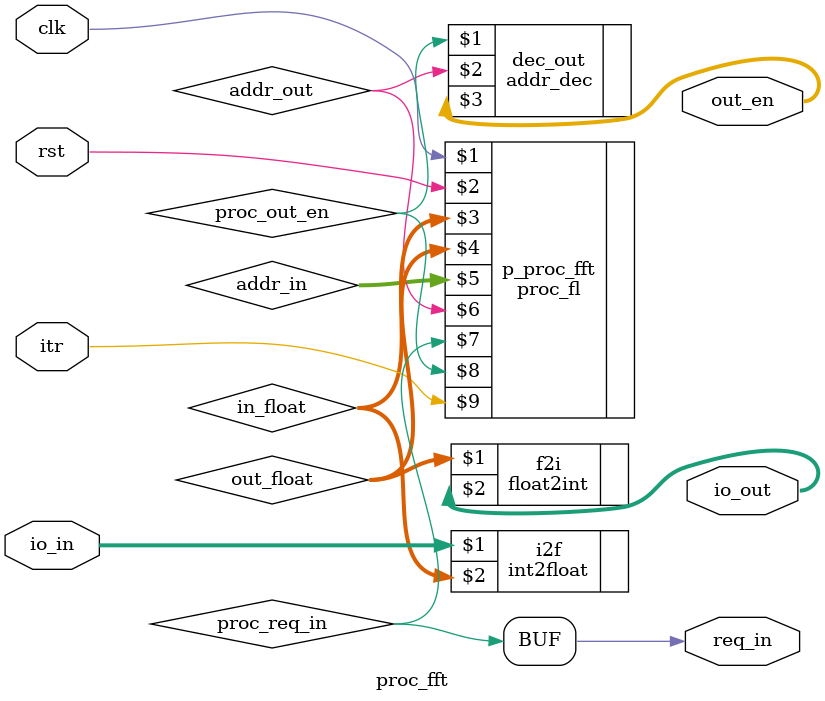
<source format=v>
module proc_fft (
input clk, rst,
input signed [22:0] io_in,
output signed [31:0] io_out,
output [0:0] req_in,
output [1:0] out_en,
input itr);

wire signed [31:0] in_float;
wire signed [31:0] out_float;

int2float #(.MAN(23),.EXP(8)) i2f (io_in, in_float);

wire proc_req_in, proc_out_en;
wire [-1:0] addr_in;
wire [0:0] addr_out;

proc_fl
#(.NBMANT(23),
.NBEXPO(8),
.MDATAS(71),
.MINSTS(366),
.SDEPTH(10),
.NUIOIN(1),
.NUIOOU(2),
.FFTSIZ(3),
.CAL(1),
.LES(1),
.MLT(1),
.ADD(1),
.FFT(1),
.NEG(1),
.LDI(1),
.SRF(1),
.DFILE("proc_fft_data.mif"),
.IFILE("proc_fft_inst.mif")
) p_proc_fft (clk, rst, in_float, out_float, addr_in, addr_out, proc_req_in, proc_out_en, itr);

float2int #(.EXP(8),.MAN(23)) f2i (out_float, io_out);

assign req_in = proc_req_in;
addr_dec #(2) dec_out(proc_out_en, addr_out, out_en);

endmodule
</source>
